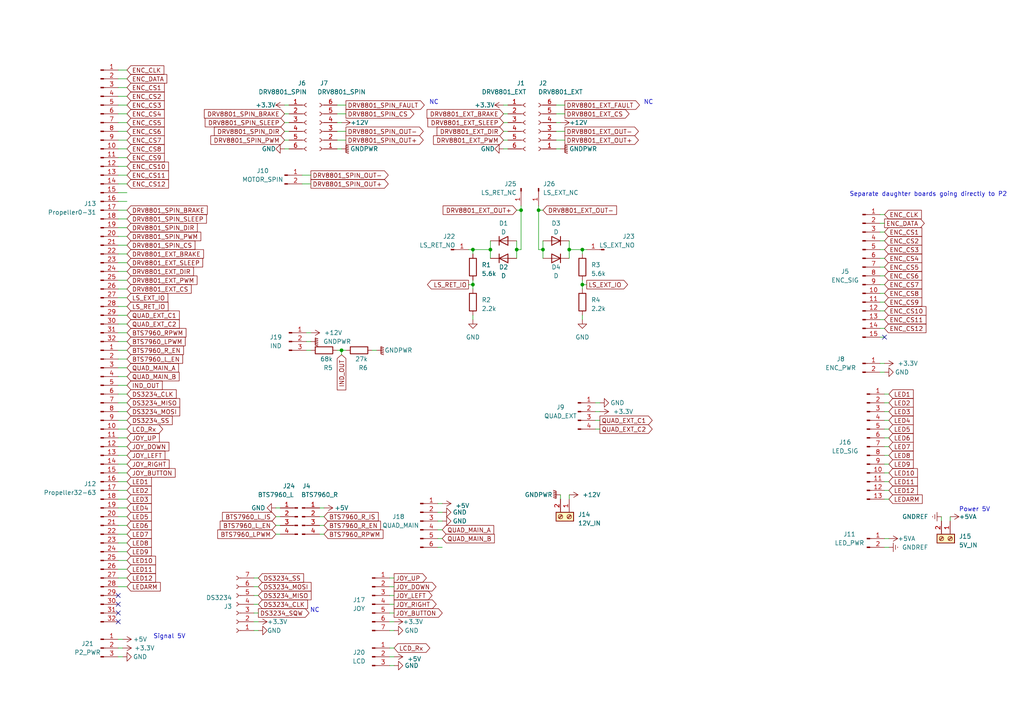
<source format=kicad_sch>
(kicad_sch (version 20230121) (generator eeschema)
  (paper "A4")
  (title_block (title "Top Level SandsOfTime"))
  (lib_symbols
    (symbol "Connector:Conn_01x01_Pin" (pin_names (offset 1.016) hide)
      (property "Reference" "J" (at 0 2.54 0))
      (property "Value" "Conn_01x01_Pin" (at 0 -2.54 0))
      (symbol "Conn_01x01_Pin_1_1"
        (pin passive line (at 5.08 0 180) (length 3.81) (name "Pin_1") (number "1"))
      )
    )
    (symbol "Connector:Conn_01x02_Pin" (pin_names (offset 1.016) hide)
      (property "Reference" "J" (at 0 2.54 0))
      (property "Value" "Conn_01x02_Pin" (at 0 -5.08 0))
      (symbol "Conn_01x02_Pin_1_1"
        (pin passive line (at 5.08 0 180) (length 3.81) (name "Pin_1") (number "1"))
        (pin passive line (at 5.08 -2.54 180) (length 3.81) (name "Pin_2") (number "2"))
      )
    )
    (symbol "Connector:Conn_01x03_Pin" (pin_names (offset 1.016) hide)
      (property "Reference" "J" (at 0 5.08 0))
      (property "Value" "Conn_01x03_Pin" (at 0 -5.08 0))
      (symbol "Conn_01x03_Pin_1_1"
        (pin passive line (at 5.08 2.54 180) (length 3.81) (name "Pin_1") (number "1"))
        (pin passive line (at 5.08 0 180) (length 3.81) (name "Pin_2") (number "2"))
        (pin passive line (at 5.08 -2.54 180) (length 3.81) (name "Pin_3") (number "3"))
      )
    )
    (symbol "Connector:Conn_01x04_Pin" (pin_names (offset 1.016) hide)
      (property "Reference" "J" (at 0 5.08 0))
      (property "Value" "Conn_01x04_Pin" (at 0 -7.62 0))
      (symbol "Conn_01x04_Pin_1_1"
        (pin passive line (at 5.08 2.54 180) (length 3.81) (name "Pin_1") (number "1"))
        (pin passive line (at 5.08 0 180) (length 3.81) (name "Pin_2") (number "2"))
        (pin passive line (at 5.08 -2.54 180) (length 3.81) (name "Pin_3") (number "3"))
        (pin passive line (at 5.08 -5.08 180) (length 3.81) (name "Pin_4") (number "4"))
      )
    )
    (symbol "Connector:Conn_01x06_Pin" (pin_names (offset 1.016) hide)
      (property "Reference" "J" (at 0 7.62 0))
      (property "Value" "Conn_01x06_Pin" (at 0 -10.16 0))
      (symbol "Conn_01x06_Pin_1_1"
        (pin passive line (at 5.08 5.08 180) (length 3.81) (name "Pin_1") (number "1"))
        (pin passive line (at 5.08 2.54 180) (length 3.81) (name "Pin_2") (number "2"))
        (pin passive line (at 5.08 0 180) (length 3.81) (name "Pin_3") (number "3"))
        (pin passive line (at 5.08 -2.54 180) (length 3.81) (name "Pin_4") (number "4"))
        (pin passive line (at 5.08 -5.08 180) (length 3.81) (name "Pin_5") (number "5"))
        (pin passive line (at 5.08 -7.62 180) (length 3.81) (name "Pin_6") (number "6"))
      )
    )
    (symbol "Connector:Conn_01x06_Socket" (pin_names (offset 1.016) hide)
      (property "Reference" "J" (at 0 7.62 0))
      (property "Value" "Conn_01x06_Socket" (at 0 -10.16 0))
      (symbol "Conn_01x06_Socket_1_1"
        (pin passive line (at -5.08 5.08 0) (length 3.81) (name "Pin_1") (number "1"))
        (pin passive line (at -5.08 2.54 0) (length 3.81) (name "Pin_2") (number "2"))
        (pin passive line (at -5.08 0 0) (length 3.81) (name "Pin_3") (number "3"))
        (pin passive line (at -5.08 -2.54 0) (length 3.81) (name "Pin_4") (number "4"))
        (pin passive line (at -5.08 -5.08 0) (length 3.81) (name "Pin_5") (number "5"))
        (pin passive line (at -5.08 -7.62 0) (length 3.81) (name "Pin_6") (number "6"))
      )
    )
    (symbol "Connector:Conn_01x07_Pin" (pin_names (offset 1.016) hide)
      (property "Reference" "J" (at 0 10.16 0))
      (property "Value" "Conn_01x07_Pin" (at 0 -10.16 0))
      (symbol "Conn_01x07_Pin_1_1"
        (pin passive line (at 5.08 7.62 180) (length 3.81) (name "Pin_1") (number "1"))
        (pin passive line (at 5.08 5.08 180) (length 3.81) (name "Pin_2") (number "2"))
        (pin passive line (at 5.08 2.54 180) (length 3.81) (name "Pin_3") (number "3"))
        (pin passive line (at 5.08 0 180) (length 3.81) (name "Pin_4") (number "4"))
        (pin passive line (at 5.08 -2.54 180) (length 3.81) (name "Pin_5") (number "5"))
        (pin passive line (at 5.08 -5.08 180) (length 3.81) (name "Pin_6") (number "6"))
        (pin passive line (at 5.08 -7.62 180) (length 3.81) (name "Pin_7") (number "7"))
      )
    )
    (symbol "Connector:Conn_01x07_Socket" (pin_names (offset 1.016) hide)
      (property "Reference" "J" (at 0 10.16 0))
      (property "Value" "Conn_01x07_Socket" (at 0 -10.16 0))
      (symbol "Conn_01x07_Socket_1_1"
        (pin passive line (at -5.08 7.62 0) (length 3.81) (name "Pin_1") (number "1"))
        (pin passive line (at -5.08 5.08 0) (length 3.81) (name "Pin_2") (number "2"))
        (pin passive line (at -5.08 2.54 0) (length 3.81) (name "Pin_3") (number "3"))
        (pin passive line (at -5.08 0 0) (length 3.81) (name "Pin_4") (number "4"))
        (pin passive line (at -5.08 -2.54 0) (length 3.81) (name "Pin_5") (number "5"))
        (pin passive line (at -5.08 -5.08 0) (length 3.81) (name "Pin_6") (number "6"))
        (pin passive line (at -5.08 -7.62 0) (length 3.81) (name "Pin_7") (number "7"))
      )
    )
    (symbol "Connector:Conn_01x13_Pin" (pin_names (offset 1.016) hide)
      (property "Reference" "J" (at 0 17.78 0))
      (property "Value" "Conn_01x13_Pin" (at 0 -17.78 0))
      (symbol "Conn_01x13_Pin_1_1"
        (pin passive line (at 5.08 15.24 180) (length 3.81) (name "Pin_1") (number "1"))
        (pin passive line (at 5.08 -7.62 180) (length 3.81) (name "Pin_10") (number "10"))
        (pin passive line (at 5.08 -10.16 180) (length 3.81) (name "Pin_11") (number "11"))
        (pin passive line (at 5.08 -12.7 180) (length 3.81) (name "Pin_12") (number "12"))
        (pin passive line (at 5.08 -15.24 180) (length 3.81) (name "Pin_13") (number "13"))
        (pin passive line (at 5.08 12.7 180) (length 3.81) (name "Pin_2") (number "2"))
        (pin passive line (at 5.08 10.16 180) (length 3.81) (name "Pin_3") (number "3"))
        (pin passive line (at 5.08 7.62 180) (length 3.81) (name "Pin_4") (number "4"))
        (pin passive line (at 5.08 5.08 180) (length 3.81) (name "Pin_5") (number "5"))
        (pin passive line (at 5.08 2.54 180) (length 3.81) (name "Pin_6") (number "6"))
        (pin passive line (at 5.08 0 180) (length 3.81) (name "Pin_7") (number "7"))
        (pin passive line (at 5.08 -2.54 180) (length 3.81) (name "Pin_8") (number "8"))
        (pin passive line (at 5.08 -5.08 180) (length 3.81) (name "Pin_9") (number "9"))
      )
    )
    (symbol "Connector:Conn_01x15_Pin" (pin_names (offset 1.016) hide)
      (property "Reference" "J" (at 0 20.32 0))
      (property "Value" "Conn_01x15_Pin" (at 0 -20.32 0))
      (symbol "Conn_01x15_Pin_1_1"
        (pin passive line (at 5.08 17.78 180) (length 3.81) (name "Pin_1") (number "1"))
        (pin passive line (at 5.08 -5.08 180) (length 3.81) (name "Pin_10") (number "10"))
        (pin passive line (at 5.08 -7.62 180) (length 3.81) (name "Pin_11") (number "11"))
        (pin passive line (at 5.08 -10.16 180) (length 3.81) (name "Pin_12") (number "12"))
        (pin passive line (at 5.08 -12.7 180) (length 3.81) (name "Pin_13") (number "13"))
        (pin passive line (at 5.08 -15.24 180) (length 3.81) (name "Pin_14") (number "14"))
        (pin passive line (at 5.08 -17.78 180) (length 3.81) (name "Pin_15") (number "15"))
        (pin passive line (at 5.08 15.24 180) (length 3.81) (name "Pin_2") (number "2"))
        (pin passive line (at 5.08 12.7 180) (length 3.81) (name "Pin_3") (number "3"))
        (pin passive line (at 5.08 10.16 180) (length 3.81) (name "Pin_4") (number "4"))
        (pin passive line (at 5.08 7.62 180) (length 3.81) (name "Pin_5") (number "5"))
        (pin passive line (at 5.08 5.08 180) (length 3.81) (name "Pin_6") (number "6"))
        (pin passive line (at 5.08 2.54 180) (length 3.81) (name "Pin_7") (number "7"))
        (pin passive line (at 5.08 0 180) (length 3.81) (name "Pin_8") (number "8"))
        (pin passive line (at 5.08 -2.54 180) (length 3.81) (name "Pin_9") (number "9"))
      )
    )
    (symbol "Connector:Conn_01x32_Pin" (pin_names (offset 1.016) hide)
      (property "Reference" "J" (at 0 40.64 0))
      (property "Value" "Conn_01x32_Pin" (at 0 -43.18 0))
      (symbol "Conn_01x32_Pin_1_1"
        (pin passive line (at 5.08 38.1 180) (length 3.81) (name "Pin_1") (number "1"))
        (pin passive line (at 5.08 15.24 180) (length 3.81) (name "Pin_10") (number "10"))
        (pin passive line (at 5.08 12.7 180) (length 3.81) (name "Pin_11") (number "11"))
        (pin passive line (at 5.08 10.16 180) (length 3.81) (name "Pin_12") (number "12"))
        (pin passive line (at 5.08 7.62 180) (length 3.81) (name "Pin_13") (number "13"))
        (pin passive line (at 5.08 5.08 180) (length 3.81) (name "Pin_14") (number "14"))
        (pin passive line (at 5.08 2.54 180) (length 3.81) (name "Pin_15") (number "15"))
        (pin passive line (at 5.08 0 180) (length 3.81) (name "Pin_16") (number "16"))
        (pin passive line (at 5.08 -2.54 180) (length 3.81) (name "Pin_17") (number "17"))
        (pin passive line (at 5.08 -5.08 180) (length 3.81) (name "Pin_18") (number "18"))
        (pin passive line (at 5.08 -7.62 180) (length 3.81) (name "Pin_19") (number "19"))
        (pin passive line (at 5.08 35.56 180) (length 3.81) (name "Pin_2") (number "2"))
        (pin passive line (at 5.08 -10.16 180) (length 3.81) (name "Pin_20") (number "20"))
        (pin passive line (at 5.08 -12.7 180) (length 3.81) (name "Pin_21") (number "21"))
        (pin passive line (at 5.08 -15.24 180) (length 3.81) (name "Pin_22") (number "22"))
        (pin passive line (at 5.08 -17.78 180) (length 3.81) (name "Pin_23") (number "23"))
        (pin passive line (at 5.08 -20.32 180) (length 3.81) (name "Pin_24") (number "24"))
        (pin passive line (at 5.08 -22.86 180) (length 3.81) (name "Pin_25") (number "25"))
        (pin passive line (at 5.08 -25.4 180) (length 3.81) (name "Pin_26") (number "26"))
        (pin passive line (at 5.08 -27.94 180) (length 3.81) (name "Pin_27") (number "27"))
        (pin passive line (at 5.08 -30.48 180) (length 3.81) (name "Pin_28") (number "28"))
        (pin passive line (at 5.08 -33.02 180) (length 3.81) (name "Pin_29") (number "29"))
        (pin passive line (at 5.08 33.02 180) (length 3.81) (name "Pin_3") (number "3"))
        (pin passive line (at 5.08 -35.56 180) (length 3.81) (name "Pin_30") (number "30"))
        (pin passive line (at 5.08 -38.1 180) (length 3.81) (name "Pin_31") (number "31"))
        (pin passive line (at 5.08 -40.64 180) (length 3.81) (name "Pin_32") (number "32"))
        (pin passive line (at 5.08 30.48 180) (length 3.81) (name "Pin_4") (number "4"))
        (pin passive line (at 5.08 27.94 180) (length 3.81) (name "Pin_5") (number "5"))
        (pin passive line (at 5.08 25.4 180) (length 3.81) (name "Pin_6") (number "6"))
        (pin passive line (at 5.08 22.86 180) (length 3.81) (name "Pin_7") (number "7"))
        (pin passive line (at 5.08 20.32 180) (length 3.81) (name "Pin_8") (number "8"))
        (pin passive line (at 5.08 17.78 180) (length 3.81) (name "Pin_9") (number "9"))
      )
    )
    (symbol "Connector:Screw_Terminal_01x02" (pin_names (offset 1.016) hide)
      (property "Reference" "J" (at 0 2.54 0))
      (property "Value" "Screw_Terminal_01x02" (at 0 -5.08 0))
      (symbol "Screw_Terminal_01x02_1_1"
        (pin passive line (at -5.08 0 0) (length 3.81) (name "Pin_1") (number "1"))
        (pin passive line (at -5.08 -2.54 0) (length 3.81) (name "Pin_2") (number "2"))
      )
    )
    (symbol "Device:D" (pin_numbers hide) (pin_names (offset 1.016) hide)
      (property "Reference" "D" (at 0 2.54 0))
      (property "Value" "D" (at 0 -2.54 0))
      (symbol "D_1_1"
        (pin passive line (at -3.81 0 0) (length 2.54) (name "K") (number "1"))
        (pin passive line (at 3.81 0 180) (length 2.54) (name "A") (number "2"))
      )
    )
    (symbol "Device:R" (pin_numbers hide) (pin_names (offset 0))
      (property "Reference" "R" (at 2.032 0 90))
      (property "Value" "R" (at 0 0 90))
      (symbol "R_1_1"
        (pin passive line (at 0 3.81 270) (length 1.27) (name "~") (number "1"))
        (pin passive line (at 0 -3.81 90) (length 1.27) (name "~") (number "2"))
      )
    )
    (symbol "power:+12V" (power) (pin_names (offset 0))
      (property "Value" "+12V" (at 0 3.556 0))
      (symbol "+12V_1_1"
        (pin power_in line (at 0 0 90) (length 0) hide (name "+12V") (number "1"))
      )
    )
    (symbol "power:+3.3V" (power) (pin_names (offset 0))
      (property "Value" "+3.3V" (at 0 3.556 0))
      (symbol "+3.3V_1_1"
        (pin power_in line (at 0 0 90) (length 0) hide (name "+3.3V") (number "1"))
      )
    )
    (symbol "power:+5V" (power) (pin_names (offset 0))
      (property "Value" "+5V" (at 0 3.556 0))
      (symbol "+5V_1_1"
        (pin power_in line (at 0 0 90) (length 0) hide (name "+5V") (number "1"))
      )
    )
    (symbol "power:+5VA" (power) (pin_names (offset 0))
      (property "Value" "+5VA" (at 0 3.556 0))
      (symbol "+5VA_1_1"
        (pin power_in line (at 0 0 90) (length 0) hide (name "+5VA") (number "1"))
      )
    )
    (symbol "power:GND" (power) (pin_names (offset 0))
      (property "Value" "GND" (at 0 -3.81 0))
      (symbol "GND_1_1"
        (pin power_in line (at 0 0 270) (length 0) hide (name "GND") (number "1"))
      )
    )
    (symbol "power:GNDPWR" (power) (pin_names (offset 0))
      (property "Value" "GNDPWR" (at 0 -3.302 0))
      (symbol "GNDPWR_1_1"
        (pin power_in line (at 0 0 270) (length 0) hide (name "GNDPWR") (number "1"))
      )
    )
    (symbol "power:GNDREF" (power) (pin_names (offset 0))
      (property "Value" "GNDREF" (at 0 -3.81 0))
      (symbol "GNDREF_1_1"
        (pin power_in line (at 0 0 270) (length 0) hide (name "GNDREF") (number "1"))
      )
    )
  )
  (junction (at 142.24 72.39))
  (junction (at 99.06 101.6))
  (junction (at 151.13 60.96))
  (junction (at 156.21 60.96))
  (junction (at 137.16 82.55))
  (junction (at 168.91 82.55))
  (junction (at 157.48 72.39))
  (junction (at 137.16 72.39))
  (junction (at 149.86 72.39))
  (junction (at 168.91 72.39))
  (junction (at 165.1 72.39))
  (no_connect (at 34.29 172.72))
  (no_connect (at 34.29 175.26))
  (no_connect (at 34.29 180.34))
  (no_connect (at 34.29 177.8))
  (no_connect (at 256.54 97.79))
  (wire (pts (xy 36.83 137.16) (xy 34.29 137.16)))
  (wire (pts (xy 275.59 149.86) (xy 275.59 151.13)))
  (wire (pts (xy 256.54 129.54) (xy 257.81 129.54)))
  (wire (pts (xy 165.1 72.39) (xy 165.1 74.93)))
  (wire (pts (xy 36.83 45.72) (xy 34.29 45.72)))
  (wire (pts (xy 36.83 124.46) (xy 34.29 124.46)))
  (wire (pts (xy 36.83 30.48) (xy 34.29 30.48)))
  (wire (pts (xy 36.83 129.54) (xy 34.29 129.54)))
  (wire (pts (xy 113.03 170.18) (xy 114.3 170.18)))
  (wire (pts (xy 97.79 35.56) (xy 99.06 35.56)))
  (wire (pts (xy 146.05 30.48) (xy 147.32 30.48)))
  (wire (pts (xy 127 156.21) (xy 128.27 156.21)))
  (wire (pts (xy 255.27 74.93) (xy 256.54 74.93)))
  (wire (pts (xy 36.83 40.64) (xy 34.29 40.64)))
  (wire (pts (xy 165.1 143.51) (xy 165.1 144.78)))
  (wire (pts (xy 172.72 124.46) (xy 173.99 124.46)))
  (wire (pts (xy 36.83 109.22) (xy 34.29 109.22)))
  (wire (pts (xy 36.83 22.86) (xy 34.29 22.86)))
  (wire (pts (xy 36.83 101.6) (xy 34.29 101.6)))
  (wire (pts (xy 92.71 147.32) (xy 93.98 147.32)))
  (wire (pts (xy 255.27 64.77) (xy 256.54 64.77)))
  (wire (pts (xy 36.83 27.94) (xy 34.29 27.94)))
  (wire (pts (xy 255.27 85.09) (xy 256.54 85.09)))
  (wire (pts (xy 172.72 116.84) (xy 173.99 116.84)))
  (wire (pts (xy 256.54 134.62) (xy 257.81 134.62)))
  (wire (pts (xy 256.54 142.24) (xy 257.81 142.24)))
  (wire (pts (xy 88.9 99.06) (xy 90.17 99.06)))
  (wire (pts (xy 87.63 53.34) (xy 90.17 53.34)))
  (wire (pts (xy 146.05 35.56) (xy 147.32 35.56)))
  (wire (pts (xy 127 146.05) (xy 128.27 146.05)))
  (wire (pts (xy 156.21 60.96) (xy 156.21 72.39)))
  (wire (pts (xy 36.83 116.84) (xy 34.29 116.84)))
  (wire (pts (xy 161.29 43.18) (xy 162.56 43.18)))
  (wire (pts (xy 113.03 190.5) (xy 114.3 190.5)))
  (wire (pts (xy 127 153.67) (xy 128.27 153.67)))
  (wire (pts (xy 256.54 139.7) (xy 257.81 139.7)))
  (wire (pts (xy 36.83 147.32) (xy 34.29 147.32)))
  (wire (pts (xy 255.27 105.41) (xy 256.54 105.41)))
  (wire (pts (xy 162.56 143.51) (xy 162.56 144.78)))
  (wire (pts (xy 256.54 156.21) (xy 257.81 156.21)))
  (wire (pts (xy 137.16 91.44) (xy 137.16 92.71)))
  (wire (pts (xy 97.79 33.02) (xy 100.33 33.02)))
  (wire (pts (xy 256.54 119.38) (xy 257.81 119.38)))
  (wire (pts (xy 137.16 72.39) (xy 137.16 73.66)))
  (wire (pts (xy 36.83 50.8) (xy 34.29 50.8)))
  (wire (pts (xy 157.48 72.39) (xy 157.48 74.93)))
  (wire (pts (xy 82.55 40.64) (xy 83.82 40.64)))
  (wire (pts (xy 97.79 43.18) (xy 99.06 43.18)))
  (wire (pts (xy 92.71 154.94) (xy 93.98 154.94)))
  (wire (pts (xy 36.83 58.42) (xy 34.29 58.42)))
  (wire (pts (xy 149.86 69.85) (xy 149.86 72.39)))
  (wire (pts (xy 35.56 185.42) (xy 34.29 185.42)))
  (wire (pts (xy 151.13 72.39) (xy 149.86 72.39)))
  (wire (pts (xy 74.93 180.34) (xy 73.66 180.34)))
  (wire (pts (xy 99.06 102.87) (xy 99.06 101.6)))
  (wire (pts (xy 36.83 152.4) (xy 34.29 152.4)))
  (wire (pts (xy 36.83 55.88) (xy 34.29 55.88)))
  (wire (pts (xy 36.83 88.9) (xy 34.29 88.9)))
  (wire (pts (xy 156.21 72.39) (xy 157.48 72.39)))
  (wire (pts (xy 161.29 33.02) (xy 163.83 33.02)))
  (wire (pts (xy 82.55 43.18) (xy 83.82 43.18)))
  (wire (pts (xy 165.1 72.39) (xy 168.91 72.39)))
  (wire (pts (xy 127 158.75) (xy 128.27 158.75)))
  (wire (pts (xy 36.83 20.32) (xy 34.29 20.32)))
  (wire (pts (xy 36.83 119.38) (xy 34.29 119.38)))
  (wire (pts (xy 256.54 121.92) (xy 257.81 121.92)))
  (wire (pts (xy 137.16 81.28) (xy 137.16 82.55)))
  (wire (pts (xy 36.83 81.28) (xy 34.29 81.28)))
  (wire (pts (xy 113.03 172.72) (xy 114.3 172.72)))
  (wire (pts (xy 36.83 96.52) (xy 34.29 96.52)))
  (wire (pts (xy 80.01 152.4) (xy 81.28 152.4)))
  (wire (pts (xy 36.83 142.24) (xy 34.29 142.24)))
  (wire (pts (xy 36.83 25.4) (xy 34.29 25.4)))
  (wire (pts (xy 92.71 149.86) (xy 93.98 149.86)))
  (wire (pts (xy 36.83 86.36) (xy 34.29 86.36)))
  (wire (pts (xy 161.29 38.1) (xy 163.83 38.1)))
  (wire (pts (xy 74.93 175.26) (xy 73.66 175.26)))
  (wire (pts (xy 255.27 87.63) (xy 256.54 87.63)))
  (wire (pts (xy 256.54 124.46) (xy 257.81 124.46)))
  (wire (pts (xy 36.83 38.1) (xy 34.29 38.1)))
  (wire (pts (xy 157.48 69.85) (xy 157.48 72.39)))
  (wire (pts (xy 137.16 82.55) (xy 137.16 83.82)))
  (wire (pts (xy 168.91 91.44) (xy 168.91 92.71)))
  (wire (pts (xy 161.29 30.48) (xy 163.83 30.48)))
  (wire (pts (xy 255.27 72.39) (xy 256.54 72.39)))
  (wire (pts (xy 168.91 81.28) (xy 168.91 82.55)))
  (wire (pts (xy 273.05 149.86) (xy 273.05 151.13)))
  (wire (pts (xy 256.54 137.16) (xy 257.81 137.16)))
  (wire (pts (xy 36.83 66.04) (xy 34.29 66.04)))
  (wire (pts (xy 156.21 59.69) (xy 156.21 60.96)))
  (wire (pts (xy 36.83 154.94) (xy 34.29 154.94)))
  (wire (pts (xy 36.83 83.82) (xy 34.29 83.82)))
  (wire (pts (xy 99.06 101.6) (xy 100.33 101.6)))
  (wire (pts (xy 36.83 149.86) (xy 34.29 149.86)))
  (wire (pts (xy 107.95 101.6) (xy 109.22 101.6)))
  (wire (pts (xy 127 148.59) (xy 128.27 148.59)))
  (wire (pts (xy 113.03 175.26) (xy 114.3 175.26)))
  (wire (pts (xy 255.27 92.71) (xy 256.54 92.71)))
  (wire (pts (xy 35.56 190.5) (xy 34.29 190.5)))
  (wire (pts (xy 151.13 59.69) (xy 151.13 60.96)))
  (wire (pts (xy 36.83 91.44) (xy 34.29 91.44)))
  (wire (pts (xy 161.29 40.64) (xy 163.83 40.64)))
  (wire (pts (xy 35.56 187.96) (xy 34.29 187.96)))
  (wire (pts (xy 36.83 121.92) (xy 34.29 121.92)))
  (wire (pts (xy 146.05 43.18) (xy 147.32 43.18)))
  (wire (pts (xy 36.83 165.1) (xy 34.29 165.1)))
  (wire (pts (xy 36.83 139.7) (xy 34.29 139.7)))
  (wire (pts (xy 255.27 90.17) (xy 256.54 90.17)))
  (wire (pts (xy 146.05 38.1) (xy 147.32 38.1)))
  (wire (pts (xy 36.83 162.56) (xy 34.29 162.56)))
  (wire (pts (xy 135.89 72.39) (xy 137.16 72.39)))
  (wire (pts (xy 142.24 72.39) (xy 137.16 72.39)))
  (wire (pts (xy 256.54 127) (xy 257.81 127)))
  (wire (pts (xy 36.83 132.08) (xy 34.29 132.08)))
  (wire (pts (xy 256.54 158.75) (xy 257.81 158.75)))
  (wire (pts (xy 80.01 147.32) (xy 81.28 147.32)))
  (wire (pts (xy 36.83 114.3) (xy 34.29 114.3)))
  (wire (pts (xy 146.05 33.02) (xy 147.32 33.02)))
  (wire (pts (xy 256.54 116.84) (xy 257.81 116.84)))
  (wire (pts (xy 255.27 67.31) (xy 256.54 67.31)))
  (wire (pts (xy 255.27 69.85) (xy 256.54 69.85)))
  (wire (pts (xy 113.03 187.96) (xy 114.3 187.96)))
  (wire (pts (xy 97.79 38.1) (xy 100.33 38.1)))
  (wire (pts (xy 34.29 106.68) (xy 36.83 106.68)))
  (wire (pts (xy 255.27 107.95) (xy 256.54 107.95)))
  (wire (pts (xy 168.91 72.39) (xy 168.91 73.66)))
  (wire (pts (xy 97.79 30.48) (xy 100.33 30.48)))
  (wire (pts (xy 82.55 33.02) (xy 83.82 33.02)))
  (wire (pts (xy 74.93 170.18) (xy 73.66 170.18)))
  (wire (pts (xy 74.93 172.72) (xy 73.66 172.72)))
  (wire (pts (xy 256.54 114.3) (xy 257.81 114.3)))
  (wire (pts (xy 168.91 82.55) (xy 168.91 83.82)))
  (wire (pts (xy 36.83 76.2) (xy 34.29 76.2)))
  (wire (pts (xy 36.83 127) (xy 34.29 127)))
  (wire (pts (xy 36.83 93.98) (xy 34.29 93.98)))
  (wire (pts (xy 255.27 62.23) (xy 256.54 62.23)))
  (wire (pts (xy 88.9 101.6) (xy 90.17 101.6)))
  (wire (pts (xy 36.83 157.48) (xy 34.29 157.48)))
  (wire (pts (xy 146.05 40.64) (xy 147.32 40.64)))
  (wire (pts (xy 142.24 69.85) (xy 142.24 72.39)))
  (wire (pts (xy 82.55 30.48) (xy 83.82 30.48)))
  (wire (pts (xy 113.03 167.64) (xy 114.3 167.64)))
  (wire (pts (xy 74.93 177.8) (xy 73.66 177.8)))
  (wire (pts (xy 87.63 50.8) (xy 90.17 50.8)))
  (wire (pts (xy 36.83 104.14) (xy 34.29 104.14)))
  (wire (pts (xy 82.55 35.56) (xy 83.82 35.56)))
  (wire (pts (xy 36.83 160.02) (xy 34.29 160.02)))
  (wire (pts (xy 36.83 33.02) (xy 34.29 33.02)))
  (wire (pts (xy 255.27 95.25) (xy 256.54 95.25)))
  (wire (pts (xy 168.91 82.55) (xy 170.18 82.55)))
  (wire (pts (xy 36.83 60.96) (xy 34.29 60.96)))
  (wire (pts (xy 97.79 40.64) (xy 100.33 40.64)))
  (wire (pts (xy 151.13 60.96) (xy 151.13 72.39)))
  (wire (pts (xy 36.83 134.62) (xy 34.29 134.62)))
  (wire (pts (xy 113.03 180.34) (xy 114.3 180.34)))
  (wire (pts (xy 142.24 72.39) (xy 142.24 74.93)))
  (wire (pts (xy 172.72 121.92) (xy 173.99 121.92)))
  (wire (pts (xy 256.54 144.78) (xy 257.81 144.78)))
  (wire (pts (xy 36.83 78.74) (xy 34.29 78.74)))
  (wire (pts (xy 36.83 68.58) (xy 34.29 68.58)))
  (wire (pts (xy 161.29 35.56) (xy 162.56 35.56)))
  (wire (pts (xy 97.79 101.6) (xy 99.06 101.6)))
  (wire (pts (xy 135.89 82.55) (xy 137.16 82.55)))
  (wire (pts (xy 255.27 80.01) (xy 256.54 80.01)))
  (wire (pts (xy 36.83 43.18) (xy 34.29 43.18)))
  (wire (pts (xy 255.27 82.55) (xy 256.54 82.55)))
  (wire (pts (xy 80.01 149.86) (xy 81.28 149.86)))
  (wire (pts (xy 149.86 72.39) (xy 149.86 74.93)))
  (wire (pts (xy 82.55 38.1) (xy 83.82 38.1)))
  (wire (pts (xy 165.1 69.85) (xy 165.1 72.39)))
  (wire (pts (xy 168.91 72.39) (xy 170.18 72.39)))
  (wire (pts (xy 36.83 99.06) (xy 34.29 99.06)))
  (wire (pts (xy 127 151.13) (xy 128.27 151.13)))
  (wire (pts (xy 36.83 111.76) (xy 34.29 111.76)))
  (wire (pts (xy 256.54 132.08) (xy 257.81 132.08)))
  (wire (pts (xy 149.86 60.96) (xy 151.13 60.96)))
  (wire (pts (xy 74.93 167.64) (xy 73.66 167.64)))
  (wire (pts (xy 36.83 144.78) (xy 34.29 144.78)))
  (wire (pts (xy 36.83 63.5) (xy 34.29 63.5)))
  (wire (pts (xy 88.9 96.52) (xy 90.17 96.52)))
  (wire (pts (xy 80.01 154.94) (xy 81.28 154.94)))
  (wire (pts (xy 36.83 71.12) (xy 34.29 71.12)))
  (wire (pts (xy 113.03 177.8) (xy 114.3 177.8)))
  (wire (pts (xy 156.21 60.96) (xy 157.48 60.96)))
  (wire (pts (xy 255.27 97.79) (xy 256.54 97.79)))
  (wire (pts (xy 74.93 182.88) (xy 73.66 182.88)))
  (wire (pts (xy 36.83 53.34) (xy 34.29 53.34)))
  (wire (pts (xy 34.29 170.18) (xy 36.83 170.18)))
  (wire (pts (xy 36.83 167.64) (xy 34.29 167.64)))
  (wire (pts (xy 36.83 35.56) (xy 34.29 35.56)))
  (wire (pts (xy 113.03 193.04) (xy 114.3 193.04)))
  (wire (pts (xy 172.72 119.38) (xy 173.99 119.38)))
  (wire (pts (xy 36.83 48.26) (xy 34.29 48.26)))
  (wire (pts (xy 113.03 182.88) (xy 114.3 182.88)))
  (wire (pts (xy 255.27 77.47) (xy 256.54 77.47)))
  (wire (pts (xy 92.71 152.4) (xy 93.98 152.4)))
  (wire (pts (xy 36.83 73.66) (xy 34.29 73.66)))
  (text "NC" (at 124.46 30.48 0) (effects (font (size 1.27 1.27)) (justify left bottom)))
  (text "Separate daughter boards going directly to P2\n" (at 246.38 57.15 0) (effects (font (size 1.27 1.27)) (justify left bottom)))
  (text "Signal 5V" (at 44.45 185.42 0) (effects (font (size 1.27 1.27)) (justify left bottom)))
  (text "NC" (at 186.69 30.48 0) (effects (font (size 1.27 1.27)) (justify left bottom)))
  (text "NC" (at 92.71 177.8 0) (effects (font (size 1.27 1.27)) (justify right bottom)))
  (text "Power 5V" (at 278.13 148.59 0) (effects (font (size 1.27 1.27)) (justify left bottom)))
  (global_label "LED8" (shape input) (at 257.81 132.08 0) (property "Intersheetrefs" "${INTERSHEET_REFS}" (effects hide)))
  (global_label "ENC_DATA" (shape input) (at 36.83 22.86 0) (property "Intersheetrefs" "${INTERSHEET_REFS}" (effects hide)))
  (global_label "DS3234_CLK" (shape input) (at 36.83 114.3 0) (property "Intersheetrefs" "${INTERSHEET_REFS}" (effects hide)))
  (global_label "DRV8801_EXT_PWM" (shape input) (at 36.83 81.28 0) (property "Intersheetrefs" "${INTERSHEET_REFS}" (effects hide)))
  (global_label "ENC_CS7" (shape input) (at 256.54 82.55 0) (property "Intersheetrefs" "${INTERSHEET_REFS}" (effects hide)))
  (global_label "LEDARM" (shape input) (at 257.81 144.78 0) (property "Intersheetrefs" "${INTERSHEET_REFS}" (effects hide)))
  (global_label "LS_RET_IO" (shape output) (at 135.89 82.55 180) (property "Intersheetrefs" "${INTERSHEET_REFS}" (effects hide)))
  (global_label "LED4" (shape input) (at 257.81 121.92 0) (property "Intersheetrefs" "${INTERSHEET_REFS}" (effects hide)))
  (global_label "JOY_LEFT" (shape output) (at 114.3 172.72 0) (property "Intersheetrefs" "${INTERSHEET_REFS}" (effects hide)))
  (global_label "DRV8801_EXT_FAULT" (shape output) (at 163.83 30.48 0) (property "Intersheetrefs" "${INTERSHEET_REFS}" (effects hide)))
  (global_label "JOY_BUTTON" (shape output) (at 114.3 177.8 0) (property "Intersheetrefs" "${INTERSHEET_REFS}" (effects hide)))
  (global_label "LED2" (shape input) (at 36.83 142.24 0) (property "Intersheetrefs" "${INTERSHEET_REFS}" (effects hide)))
  (global_label "BTS7960_RPWM" (shape input) (at 36.83 96.52 0) (property "Intersheetrefs" "${INTERSHEET_REFS}" (effects hide)))
  (global_label "QUAD_MAIN_A" (shape input) (at 36.83 106.68 0) (property "Intersheetrefs" "${INTERSHEET_REFS}" (effects hide)))
  (global_label "DS3234_SS" (shape input) (at 36.83 121.92 0) (property "Intersheetrefs" "${INTERSHEET_REFS}" (effects hide)))
  (global_label "DS3234_MISO" (shape input) (at 36.83 116.84 0) (property "Intersheetrefs" "${INTERSHEET_REFS}" (effects hide)))
  (global_label "BTS7960_L_EN" (shape input) (at 80.01 152.4 180) (property "Intersheetrefs" "${INTERSHEET_REFS}" (effects hide)))
  (global_label "LED3" (shape input) (at 257.81 119.38 0) (property "Intersheetrefs" "${INTERSHEET_REFS}" (effects hide)))
  (global_label "DRV8801_SPIN_PWM" (shape input) (at 36.83 68.58 0) (property "Intersheetrefs" "${INTERSHEET_REFS}" (effects hide)))
  (global_label "ENC_CS12" (shape input) (at 256.54 95.25 0) (property "Intersheetrefs" "${INTERSHEET_REFS}" (effects hide)))
  (global_label "ENC_CS9" (shape input) (at 256.54 87.63 0) (property "Intersheetrefs" "${INTERSHEET_REFS}" (effects hide)))
  (global_label "BTS7960_RPWM" (shape input) (at 93.98 154.94 0) (property "Intersheetrefs" "${INTERSHEET_REFS}" (effects hide)))
  (global_label "LED12" (shape input) (at 257.81 142.24 0) (property "Intersheetrefs" "${INTERSHEET_REFS}" (effects hide)))
  (global_label "LED12" (shape input) (at 36.83 167.64 0) (property "Intersheetrefs" "${INTERSHEET_REFS}" (effects hide)))
  (global_label "LED11" (shape input) (at 36.83 165.1 0) (property "Intersheetrefs" "${INTERSHEET_REFS}" (effects hide)))
  (global_label "DRV8801_EXT_OUT+" (shape output) (at 163.83 40.64 0) (property "Intersheetrefs" "${INTERSHEET_REFS}" (effects hide)))
  (global_label "DS3234_CLK" (shape input) (at 74.93 175.26 0) (property "Intersheetrefs" "${INTERSHEET_REFS}" (effects hide)))
  (global_label "DRV8801_SPIN_CS" (shape output) (at 100.33 33.02 0) (property "Intersheetrefs" "${INTERSHEET_REFS}" (effects hide)))
  (global_label "ENC_CS2" (shape input) (at 36.83 27.94 0) (property "Intersheetrefs" "${INTERSHEET_REFS}" (effects hide)))
  (global_label "DRV8801_SPIN_OUT+" (shape output) (at 90.17 53.34 0) (property "Intersheetrefs" "${INTERSHEET_REFS}" (effects hide)))
  (global_label "JOY_RIGHT" (shape output) (at 114.3 175.26 0) (property "Intersheetrefs" "${INTERSHEET_REFS}" (effects hide)))
  (global_label "LED6" (shape input) (at 257.81 127 0) (property "Intersheetrefs" "${INTERSHEET_REFS}" (effects hide)))
  (global_label "LED11" (shape input) (at 257.81 139.7 0) (property "Intersheetrefs" "${INTERSHEET_REFS}" (effects hide)))
  (global_label "DRV8801_SPIN_SLEEP" (shape input) (at 36.83 63.5 0) (property "Intersheetrefs" "${INTERSHEET_REFS}" (effects hide)))
  (global_label "ENC_CLK" (shape input) (at 256.54 62.23 0) (property "Intersheetrefs" "${INTERSHEET_REFS}" (effects hide)))
  (global_label "DRV8801_SPIN_BRAKE" (shape input) (at 82.55 33.02 180) (property "Intersheetrefs" "${INTERSHEET_REFS}" (effects hide)))
  (global_label "DS3234_SS" (shape input) (at 74.93 167.64 0) (property "Intersheetrefs" "${INTERSHEET_REFS}" (effects hide)))
  (global_label "ENC_CLK" (shape input) (at 36.83 20.32 0) (property "Intersheetrefs" "${INTERSHEET_REFS}" (effects hide)))
  (global_label "DRV8801_EXT_PWM" (shape input) (at 146.05 40.64 180) (property "Intersheetrefs" "${INTERSHEET_REFS}" (effects hide)))
  (global_label "BTS7960_L_IS" (shape input) (at 80.01 149.86 180) (property "Intersheetrefs" "${INTERSHEET_REFS}" (effects hide)))
  (global_label "DRV8801_SPIN_OUT-" (shape output) (at 100.33 38.1 0) (property "Intersheetrefs" "${INTERSHEET_REFS}" (effects hide)))
  (global_label "JOY_LEFT" (shape input) (at 36.83 132.08 0) (property "Intersheetrefs" "${INTERSHEET_REFS}" (effects hide)))
  (global_label "JOY_DOWN" (shape output) (at 114.3 170.18 0) (property "Intersheetrefs" "${INTERSHEET_REFS}" (effects hide)))
  (global_label "QUAD_EXT_C2" (shape output) (at 173.99 124.46 0) (property "Intersheetrefs" "${INTERSHEET_REFS}" (effects hide)))
  (global_label "DRV8801_EXT_CS" (shape input) (at 36.83 83.82 0) (property "Intersheetrefs" "${INTERSHEET_REFS}" (effects hide)))
  (global_label "LED3" (shape input) (at 36.83 144.78 0) (property "Intersheetrefs" "${INTERSHEET_REFS}" (effects hide)))
  (global_label "DRV8801_SPIN_DIR" (shape input) (at 36.83 66.04 0) (property "Intersheetrefs" "${INTERSHEET_REFS}" (effects hide)))
  (global_label "ENC_CS3" (shape input) (at 36.83 30.48 0) (property "Intersheetrefs" "${INTERSHEET_REFS}" (effects hide)))
  (global_label "LED1" (shape input) (at 257.81 114.3 0) (property "Intersheetrefs" "${INTERSHEET_REFS}" (effects hide)))
  (global_label "LED7" (shape input) (at 36.83 154.94 0) (property "Intersheetrefs" "${INTERSHEET_REFS}" (effects hide)))
  (global_label "DRV8801_EXT_DIR" (shape input) (at 146.05 38.1 180) (property "Intersheetrefs" "${INTERSHEET_REFS}" (effects hide)))
  (global_label "QUAD_EXT_C1" (shape input) (at 36.83 91.44 0) (property "Intersheetrefs" "${INTERSHEET_REFS}" (effects hide)))
  (global_label "ENC_CS8" (shape input) (at 256.54 85.09 0) (property "Intersheetrefs" "${INTERSHEET_REFS}" (effects hide)))
  (global_label "LED10" (shape input) (at 257.81 137.16 0) (property "Intersheetrefs" "${INTERSHEET_REFS}" (effects hide)))
  (global_label "ENC_CS6" (shape input) (at 36.83 38.1 0) (property "Intersheetrefs" "${INTERSHEET_REFS}" (effects hide)))
  (global_label "DRV8801_EXT_BRAKE" (shape input) (at 36.83 73.66 0) (property "Intersheetrefs" "${INTERSHEET_REFS}" (effects hide)))
  (global_label "DRV8801_SPIN_OUT-" (shape output) (at 90.17 50.8 0) (property "Intersheetrefs" "${INTERSHEET_REFS}" (effects hide)))
  (global_label "DRV8801_SPIN_PWM" (shape input) (at 82.55 40.64 180) (property "Intersheetrefs" "${INTERSHEET_REFS}" (effects hide)))
  (global_label "DS3234_MOSI" (shape input) (at 74.93 170.18 0) (property "Intersheetrefs" "${INTERSHEET_REFS}" (effects hide)))
  (global_label "IND_OUT" (shape input) (at 36.83 111.76 0) (property "Intersheetrefs" "${INTERSHEET_REFS}" (effects hide)))
  (global_label "QUAD_EXT_C1" (shape output) (at 173.99 121.92 0) (property "Intersheetrefs" "${INTERSHEET_REFS}" (effects hide)))
  (global_label "ENC_DATA" (shape output) (at 256.54 64.77 0) (property "Intersheetrefs" "${INTERSHEET_REFS}" (effects hide)))
  (global_label "ENC_CS1" (shape input) (at 256.54 67.31 0) (property "Intersheetrefs" "${INTERSHEET_REFS}" (effects hide)))
  (global_label "LS_EXT_IO" (shape output) (at 170.18 82.55 0) (property "Intersheetrefs" "${INTERSHEET_REFS}" (effects hide)))
  (global_label "QUAD_MAIN_A" (shape input) (at 128.27 153.67 0) (property "Intersheetrefs" "${INTERSHEET_REFS}" (effects hide)))
  (global_label "ENC_CS11" (shape input) (at 36.83 50.8 0) (property "Intersheetrefs" "${INTERSHEET_REFS}" (effects hide)))
  (global_label "ENC_CS2" (shape input) (at 256.54 69.85 0) (property "Intersheetrefs" "${INTERSHEET_REFS}" (effects hide)))
  (global_label "LED5" (shape input) (at 36.83 149.86 0) (property "Intersheetrefs" "${INTERSHEET_REFS}" (effects hide)))
  (global_label "DRV8801_EXT_OUT+" (shape input) (at 149.86 60.96 180) (property "Intersheetrefs" "${INTERSHEET_REFS}" (effects hide)))
  (global_label "DRV8801_EXT_OUT-" (shape input) (at 157.48 60.96 0) (property "Intersheetrefs" "${INTERSHEET_REFS}" (effects hide)))
  (global_label "QUAD_MAIN_B" (shape input) (at 128.27 156.21 0) (property "Intersheetrefs" "${INTERSHEET_REFS}" (effects hide)))
  (global_label "DRV8801_EXT_DIR" (shape input) (at 36.83 78.74 0) (property "Intersheetrefs" "${INTERSHEET_REFS}" (effects hide)))
  (global_label "LCD_Rx" (shape bidirectional) (at 36.83 124.46 0) (property "Intersheetrefs" "${INTERSHEET_REFS}" (effects hide)))
  (global_label "DRV8801_SPIN_SLEEP" (shape input) (at 82.55 35.56 180) (property "Intersheetrefs" "${INTERSHEET_REFS}" (effects hide)))
  (global_label "LED4" (shape input) (at 36.83 147.32 0) (property "Intersheetrefs" "${INTERSHEET_REFS}" (effects hide)))
  (global_label "BTS7960_L_EN" (shape input) (at 36.83 104.14 0) (property "Intersheetrefs" "${INTERSHEET_REFS}" (effects hide)))
  (global_label "IND_OUT" (shape input) (at 99.06 102.87 270) (property "Intersheetrefs" "${INTERSHEET_REFS}" (effects hide)))
  (global_label "ENC_CS6" (shape input) (at 256.54 80.01 0) (property "Intersheetrefs" "${INTERSHEET_REFS}" (effects hide)))
  (global_label "DRV8801_SPIN_CS" (shape input) (at 36.83 71.12 0) (property "Intersheetrefs" "${INTERSHEET_REFS}" (effects hide)))
  (global_label "ENC_CS3" (shape input) (at 256.54 72.39 0) (property "Intersheetrefs" "${INTERSHEET_REFS}" (effects hide)))
  (global_label "LEDARM" (shape input) (at 36.83 170.18 0) (property "Intersheetrefs" "${INTERSHEET_REFS}" (effects hide)))
  (global_label "LCD_Rx" (shape bidirectional) (at 114.3 187.96 0) (property "Intersheetrefs" "${INTERSHEET_REFS}" (effects hide)))
  (global_label "LED9" (shape input) (at 257.81 134.62 0) (property "Intersheetrefs" "${INTERSHEET_REFS}" (effects hide)))
  (global_label "JOY_UP" (shape input) (at 36.83 127 0) (property "Intersheetrefs" "${INTERSHEET_REFS}" (effects hide)))
  (global_label "ENC_CS8" (shape input) (at 36.83 43.18 0) (property "Intersheetrefs" "${INTERSHEET_REFS}" (effects hide)))
  (global_label "LED10" (shape input) (at 36.83 162.56 0) (property "Intersheetrefs" "${INTERSHEET_REFS}" (effects hide)))
  (global_label "ENC_CS5" (shape input) (at 36.83 35.56 0) (property "Intersheetrefs" "${INTERSHEET_REFS}" (effects hide)))
  (global_label "JOY_BUTTON" (shape input) (at 36.83 137.16 0) (property "Intersheetrefs" "${INTERSHEET_REFS}" (effects hide)))
  (global_label "ENC_CS5" (shape input) (at 256.54 77.47 0) (property "Intersheetrefs" "${INTERSHEET_REFS}" (effects hide)))
  (global_label "LED6" (shape input) (at 36.83 152.4 0) (property "Intersheetrefs" "${INTERSHEET_REFS}" (effects hide)))
  (global_label "ENC_CS11" (shape input) (at 256.54 92.71 0) (property "Intersheetrefs" "${INTERSHEET_REFS}" (effects hide)))
  (global_label "ENC_CS4" (shape input) (at 256.54 74.93 0) (property "Intersheetrefs" "${INTERSHEET_REFS}" (effects hide)))
  (global_label "DRV8801_EXT_CS" (shape output) (at 163.83 33.02 0) (property "Intersheetrefs" "${INTERSHEET_REFS}" (effects hide)))
  (global_label "LS_EXT_IO" (shape input) (at 36.83 86.36 0) (property "Intersheetrefs" "${INTERSHEET_REFS}" (effects hide)))
  (global_label "LED7" (shape input) (at 257.81 129.54 0) (property "Intersheetrefs" "${INTERSHEET_REFS}" (effects hide)))
  (global_label "BTS7960_R_IS" (shape input) (at 93.98 149.86 0) (property "Intersheetrefs" "${INTERSHEET_REFS}" (effects hide)))
  (global_label "QUAD_MAIN_B" (shape input) (at 36.83 109.22 0) (property "Intersheetrefs" "${INTERSHEET_REFS}" (effects hide)))
  (global_label "LS_RET_IO" (shape input) (at 36.83 88.9 0) (property "Intersheetrefs" "${INTERSHEET_REFS}" (effects hide)))
  (global_label "ENC_CS9" (shape input) (at 36.83 45.72 0) (property "Intersheetrefs" "${INTERSHEET_REFS}" (effects hide)))
  (global_label "BTS7960_LPWM" (shape input) (at 36.83 99.06 0) (property "Intersheetrefs" "${INTERSHEET_REFS}" (effects hide)))
  (global_label "BTS7960_R_EN" (shape input) (at 36.83 101.6 0) (property "Intersheetrefs" "${INTERSHEET_REFS}" (effects hide)))
  (global_label "DRV8801_EXT_BRAKE" (shape input) (at 146.05 33.02 180) (property "Intersheetrefs" "${INTERSHEET_REFS}" (effects hide)))
  (global_label "ENC_CS10" (shape input) (at 256.54 90.17 0) (property "Intersheetrefs" "${INTERSHEET_REFS}" (effects hide)))
  (global_label "DS3234_MOSI" (shape input) (at 36.83 119.38 0) (property "Intersheetrefs" "${INTERSHEET_REFS}" (effects hide)))
  (global_label "BTS7960_R_EN" (shape input) (at 93.98 152.4 0) (property "Intersheetrefs" "${INTERSHEET_REFS}" (effects hide)))
  (global_label "LED9" (shape input) (at 36.83 160.02 0) (property "Intersheetrefs" "${INTERSHEET_REFS}" (effects hide)))
  (global_label "LED1" (shape input) (at 36.83 139.7 0) (property "Intersheetrefs" "${INTERSHEET_REFS}" (effects hide)))
  (global_label "DRV8801_EXT_SLEEP" (shape input) (at 146.05 35.56 180) (property "Intersheetrefs" "${INTERSHEET_REFS}" (effects hide)))
  (global_label "JOY_RIGHT" (shape input) (at 36.83 134.62 0) (property "Intersheetrefs" "${INTERSHEET_REFS}" (effects hide)))
  (global_label "BTS7960_LPWM" (shape input) (at 80.01 154.94 180) (property "Intersheetrefs" "${INTERSHEET_REFS}" (effects hide)))
  (global_label "ENC_CS4" (shape input) (at 36.83 33.02 0) (property "Intersheetrefs" "${INTERSHEET_REFS}" (effects hide)))
  (global_label "DRV8801_SPIN_BRAKE" (shape input) (at 36.83 60.96 0) (property "Intersheetrefs" "${INTERSHEET_REFS}" (effects hide)))
  (global_label "ENC_CS7" (shape input) (at 36.83 40.64 0) (property "Intersheetrefs" "${INTERSHEET_REFS}" (effects hide)))
  (global_label "ENC_CS12" (shape input) (at 36.83 53.34 0) (property "Intersheetrefs" "${INTERSHEET_REFS}" (effects hide)))
  (global_label "DRV8801_SPIN_OUT+" (shape output) (at 100.33 40.64 0) (property "Intersheetrefs" "${INTERSHEET_REFS}" (effects hide)))
  (global_label "DS3234_MISO" (shape input) (at 74.93 172.72 0) (property "Intersheetrefs" "${INTERSHEET_REFS}" (effects hide)))
  (global_label "JOY_DOWN" (shape input) (at 36.83 129.54 0) (property "Intersheetrefs" "${INTERSHEET_REFS}" (effects hide)))
  (global_label "DRV8801_EXT_OUT-" (shape output) (at 163.83 38.1 0) (property "Intersheetrefs" "${INTERSHEET_REFS}" (effects hide)))
  (global_label "ENC_CS1" (shape input) (at 36.83 25.4 0) (property "Intersheetrefs" "${INTERSHEET_REFS}" (effects hide)))
  (global_label "QUAD_EXT_C2" (shape input) (at 36.83 93.98 0) (property "Intersheetrefs" "${INTERSHEET_REFS}" (effects hide)))
  (global_label "ENC_CS10" (shape input) (at 36.83 48.26 0) (property "Intersheetrefs" "${INTERSHEET_REFS}" (effects hide)))
  (global_label "LED8" (shape input) (at 36.83 157.48 0) (property "Intersheetrefs" "${INTERSHEET_REFS}" (effects hide)))
  (global_label "LED5" (shape input) (at 257.81 124.46 0) (property "Intersheetrefs" "${INTERSHEET_REFS}" (effects hide)))
  (global_label "LED2" (shape input) (at 257.81 116.84 0) (property "Intersheetrefs" "${INTERSHEET_REFS}" (effects hide)))
  (global_label "DRV8801_SPIN_DIR" (shape input) (at 82.55 38.1 180) (property "Intersheetrefs" "${INTERSHEET_REFS}" (effects hide)))
  (global_label "DRV8801_EXT_SLEEP" (shape input) (at 36.83 76.2 0) (property "Intersheetrefs" "${INTERSHEET_REFS}" (effects hide)))
  (global_label "DS3234_SQW" (shape output) (at 74.93 177.8 0) (property "Intersheetrefs" "${INTERSHEET_REFS}" (effects hide)))
  (global_label "JOY_UP" (shape output) (at 114.3 167.64 0) (property "Intersheetrefs" "${INTERSHEET_REFS}" (effects hide)))
  (global_label "DRV8801_SPIN_FAULT" (shape output) (at 100.33 30.48 0) (property "Intersheetrefs" "${INTERSHEET_REFS}" (effects hide)))
  (symbol (lib_id "Device:D") (at 161.29 69.85 180) (unit 1)
    (property "Reference" "D3" (at 161.29 64.77 0))
    (property "Value" "D" (at 161.29 67.31 0))
    (property "Sim.Device" "D" (effects hide))
    (property "Sim.Pins" "1=K 2=A" (effects hide))
  )
  (symbol (lib_id "Connector:Conn_01x32_Pin") (at 29.21 139.7 0) (unit 1)
    (property "Reference" "J12" (at 27.94 140.335 0) (effects (justify right)))
    (property "Value" "Propeller32-63" (at 27.94 142.875 0) (effects (justify right)))
  )
  (symbol (lib_id "power:+5VA") (at 275.59 149.86 270) (unit 1)
    (property "Reference" "#PWR026" (effects hide))
    (property "Value" "+5VA" (at 278.13 149.86 90) (effects (justify left)))
  )
  (symbol (lib_id "power:GND") (at 82.55 43.18 270) (unit 1)
    (property "Reference" "#PWR010" (effects hide))
    (property "Value" "GND" (at 80.01 43.18 90) (effects (justify right)))
  )
  (symbol (lib_id "power:GNDPWR") (at 109.22 101.6 90) (unit 1)
    (property "Reference" "#PWR034" (effects hide))
    (property "Value" "GNDPWR" (at 115.57 101.6 90))
  )
  (symbol (lib_id "power:GNDPWR") (at 90.17 99.06 90) (unit 1)
    (property "Reference" "#PWR033" (effects hide))
    (property "Value" "GNDPWR" (at 97.79 99.06 90))
  )
  (symbol (lib_id "power:+5V") (at 128.27 146.05 270) (unit 1)
    (property "Reference" "#PWR029" (effects hide))
    (property "Value" "+5V" (at 132.08 146.685 90) (effects (justify left)))
  )
  (symbol (lib_id "power:+12V") (at 90.17 96.52 270) (unit 1)
    (property "Reference" "#PWR032" (effects hide))
    (property "Value" "+12V" (at 93.98 96.52 90) (effects (justify left)))
  )
  (symbol (lib_id "power:GNDREF") (at 257.81 158.75 90) (unit 1)
    (property "Reference" "#PWR04" (effects hide))
    (property "Value" "GNDREF" (at 261.62 158.75 90) (effects (justify right)))
  )
  (symbol (lib_id "Connector:Conn_01x04_Pin") (at 86.36 149.86 0) (mirror y) (unit 1)
    (property "Reference" "J24" (at 83.82 140.97 0))
    (property "Value" "BTS7960_L" (at 80.01 143.51 0))
  )
  (symbol (lib_id "Connector:Conn_01x01_Pin") (at 175.26 72.39 180) (unit 1)
    (property "Reference" "J23" (at 184.15 68.58 0) (effects (justify left)))
    (property "Value" "LS_EXT_NO" (at 184.15 71.12 0) (effects (justify left)))
  )
  (symbol (lib_id "Connector:Conn_01x02_Pin") (at 251.46 156.21 0) (unit 1)
    (property "Reference" "J11" (at 246.38 154.94 0))
    (property "Value" "LED_PWR" (at 246.38 157.48 0))
  )
  (symbol (lib_id "Connector:Screw_Terminal_01x02") (at 275.59 156.21 270) (unit 1)
    (property "Reference" "J15" (at 278.13 155.575 90) (effects (justify left)))
    (property "Value" "5V_IN" (at 278.13 158.115 90) (effects (justify left)))
  )
  (symbol (lib_id "power:GND") (at 128.27 148.59 90) (unit 1)
    (property "Reference" "#PWR06" (effects hide))
    (property "Value" "GND" (at 133.35 148.59 90))
  )
  (symbol (lib_id "power:+3.3V") (at 146.05 30.48 90) (unit 1)
    (property "Reference" "#PWR014" (effects hide))
    (property "Value" "+3.3V" (at 143.51 30.48 90) (effects (justify left)))
  )
  (symbol (lib_id "Connector:Conn_01x07_Socket") (at 68.58 175.26 180) (unit 1)
    (property "Reference" "J3" (at 67.31 175.895 0) (effects (justify left)))
    (property "Value" "DS3234" (at 67.31 173.355 0) (effects (justify left)))
  )
  (symbol (lib_id "Device:R") (at 104.14 101.6 90) (unit 1)
    (property "Reference" "R6" (at 106.68 106.68 90) (effects (justify left)))
    (property "Value" "27k" (at 106.68 104.14 90) (effects (justify left)))
  )
  (symbol (lib_id "power:GND") (at 80.01 147.32 270) (unit 1)
    (property "Reference" "#PWR019" (effects hide))
    (property "Value" "GND" (at 74.93 147.32 90))
  )
  (symbol (lib_id "Connector:Conn_01x13_Pin") (at 251.46 129.54 0) (unit 1)
    (property "Reference" "J16" (at 245.11 128.27 0))
    (property "Value" "LED_SIG" (at 245.11 130.81 0))
  )
  (symbol (lib_id "Connector:Conn_01x03_Pin") (at 83.82 99.06 0) (unit 1)
    (property "Reference" "J19" (at 80.01 97.79 0))
    (property "Value" "IND" (at 80.01 100.33 0))
  )
  (symbol (lib_id "Connector:Conn_01x06_Socket") (at 88.9 35.56 0) (unit 1)
    (property "Reference" "J6" (at 86.36 24.13 0) (effects (justify left)))
    (property "Value" "DRV8801_SPIN" (at 74.93 26.67 0) (effects (justify left)))
  )
  (symbol (lib_id "power:GND") (at 114.3 193.04 90) (unit 1)
    (property "Reference" "#PWR05" (effects hide))
    (property "Value" "GND" (at 119.38 193.04 90))
  )
  (symbol (lib_id "Connector:Conn_01x06_Pin") (at 121.92 151.13 0) (unit 1)
    (property "Reference" "J18" (at 115.57 149.86 0))
    (property "Value" "QUAD_MAIN" (at 116.205 152.4 0))
  )
  (symbol (lib_id "power:+3.3V") (at 82.55 30.48 90) (unit 1)
    (property "Reference" "#PWR09" (effects hide))
    (property "Value" "+3.3V" (at 80.01 30.48 90) (effects (justify left)))
  )
  (symbol (lib_id "Connector:Conn_01x06_Socket") (at 156.21 38.1 180) (unit 1)
    (property "Reference" "J2" (at 157.48 24.13 0))
    (property "Value" "DRV8801_EXT" (at 162.56 26.67 0))
  )
  (symbol (lib_id "power:GND") (at 168.91 92.71 0) (unit 1)
    (property "Reference" "#PWR01" (effects hide))
    (property "Value" "GND" (at 168.91 97.79 0))
  )
  (symbol (lib_id "power:GNDPWR") (at 162.56 143.51 270) (unit 1)
    (property "Reference" "#PWR025" (effects hide))
    (property "Value" "GNDPWR" (at 156.21 143.51 90))
  )
  (symbol (lib_id "power:GNDPWR") (at 99.06 43.18 90) (unit 1)
    (property "Reference" "#PWR013" (effects hide))
    (property "Value" "GNDPWR" (at 101.6 43.18 90) (effects (justify right)))
  )
  (symbol (lib_id "power:GND") (at 146.05 43.18 270) (unit 1)
    (property "Reference" "#PWR015" (effects hide))
    (property "Value" "GND" (at 143.51 43.18 90) (effects (justify right)))
  )
  (symbol (lib_id "power:GND") (at 137.16 92.71 0) (mirror y) (unit 1)
    (property "Reference" "#PWR02" (effects hide))
    (property "Value" "GND" (at 137.16 97.79 0))
  )
  (symbol (lib_id "power:+12V") (at 165.1 143.51 270) (unit 1)
    (property "Reference" "#PWR024" (effects hide))
    (property "Value" "+12V" (at 168.91 143.51 90) (effects (justify left)))
  )
  (symbol (lib_id "power:+12V") (at 162.56 35.56 270) (unit 1)
    (property "Reference" "#PWR016" (effects hide))
    (property "Value" "+12V" (at 165.1 35.56 90) (effects (justify left)))
  )
  (symbol (lib_id "power:+3.3V") (at 74.93 180.34 270) (unit 1)
    (property "Reference" "#PWR08" (effects hide))
    (property "Value" "+3.3V" (at 77.47 180.34 90) (effects (justify left)))
  )
  (symbol (lib_id "Connector:Conn_01x15_Pin") (at 250.19 80.01 0) (unit 1)
    (property "Reference" "J5" (at 245.11 78.74 0))
    (property "Value" "ENC_SIG" (at 245.11 81.28 0))
  )
  (symbol (lib_id "Device:D") (at 146.05 69.85 0) (mirror x) (unit 1)
    (property "Reference" "D1" (at 146.05 64.77 0))
    (property "Value" "D" (at 146.05 67.31 0))
    (property "Sim.Device" "D" (effects hide))
    (property "Sim.Pins" "1=K 2=A" (effects hide))
  )
  (symbol (lib_id "power:GND") (at 114.3 182.88 90) (unit 1)
    (property "Reference" "#PWR028" (effects hide))
    (property "Value" "GND" (at 119.38 182.88 90))
  )
  (symbol (lib_id "power:+3.3V") (at 173.99 119.38 270) (unit 1)
    (property "Reference" "#PWR022" (effects hide))
    (property "Value" "+3.3V" (at 177.8 119.38 90) (effects (justify left)))
  )
  (symbol (lib_id "power:+12V") (at 99.06 35.56 270) (unit 1)
    (property "Reference" "#PWR012" (effects hide))
    (property "Value" "+12V" (at 101.6 35.56 90) (effects (justify left)))
  )
  (symbol (lib_id "Connector:Conn_01x01_Pin") (at 156.21 54.61 270) (unit 1)
    (property "Reference" "J26" (at 157.48 53.34 90) (effects (justify left)))
    (property "Value" "LS_EXT_NC" (at 157.48 55.88 90) (effects (justify left)))
  )
  (symbol (lib_id "power:GNDPWR") (at 162.56 43.18 90) (unit 1)
    (property "Reference" "#PWR017" (effects hide))
    (property "Value" "GNDPWR" (at 165.1 43.18 90) (effects (justify right)))
  )
  (symbol (lib_id "power:+5V") (at 114.3 190.5 270) (unit 1)
    (property "Reference" "#PWR035" (effects hide))
    (property "Value" "+5V" (at 118.11 191.135 90) (effects (justify left)))
  )
  (symbol (lib_id "Device:R") (at 168.91 77.47 0) (unit 1)
    (property "Reference" "R3" (at 171.45 76.835 0) (effects (justify left)))
    (property "Value" "5.6k" (at 171.45 79.375 0) (effects (justify left)))
  )
  (symbol (lib_id "power:GND") (at 35.56 190.5 90) (unit 1)
    (property "Reference" "#PWR041" (effects hide))
    (property "Value" "GND" (at 40.64 190.5 90))
  )
  (symbol (lib_id "Connector:Conn_01x04_Pin") (at 167.64 119.38 0) (unit 1)
    (property "Reference" "J9" (at 162.56 118.11 0))
    (property "Value" "QUAD_EXT" (at 162.56 120.65 0))
  )
  (symbol (lib_id "Connector:Conn_01x06_Socket") (at 92.71 38.1 180) (unit 1)
    (property "Reference" "J7" (at 93.98 24.13 0))
    (property "Value" "DRV8801_SPIN" (at 99.06 26.67 0))
  )
  (symbol (lib_id "Connector:Conn_01x02_Pin") (at 82.55 50.8 0) (unit 1)
    (property "Reference" "J10" (at 76.2 49.53 0))
    (property "Value" "MOTOR_SPIN" (at 76.2 52.07 0))
  )
  (symbol (lib_id "Connector:Conn_01x03_Pin") (at 29.21 187.96 0) (unit 1)
    (property "Reference" "J21" (at 25.4 186.69 0))
    (property "Value" "P2_PWR" (at 25.4 189.23 0))
  )
  (symbol (lib_id "power:+3.3V") (at 35.56 187.96 270) (unit 1)
    (property "Reference" "#PWR040" (effects hide))
    (property "Value" "+3.3V" (at 41.91 187.96 90))
  )
  (symbol (lib_id "power:GND") (at 128.27 151.13 90) (unit 1)
    (property "Reference" "#PWR011" (effects hide))
    (property "Value" "GND" (at 133.35 151.13 90))
  )
  (symbol (lib_id "power:+5VA") (at 257.81 156.21 270) (unit 1)
    (property "Reference" "#PWR03" (effects hide))
    (property "Value" "+5VA" (at 260.35 156.21 90) (effects (justify left)))
  )
  (symbol (lib_id "Connector:Conn_01x04_Pin") (at 87.63 149.86 0) (unit 1)
    (property "Reference" "J4" (at 88.9 140.97 0))
    (property "Value" "BTS7960_R" (at 92.71 143.51 0))
  )
  (symbol (lib_id "power:+5V") (at 35.56 185.42 270) (unit 1)
    (property "Reference" "#PWR039" (effects hide))
    (property "Value" "+5V" (at 40.64 185.42 90))
  )
  (symbol (lib_id "Device:R") (at 168.91 87.63 0) (unit 1)
    (property "Reference" "R4" (at 171.45 86.995 0) (effects (justify left)))
    (property "Value" "2.2k" (at 171.45 89.535 0) (effects (justify left)))
  )
  (symbol (lib_id "Connector:Conn_01x03_Pin") (at 107.95 190.5 0) (unit 1)
    (property "Reference" "J20" (at 104.14 189.23 0))
    (property "Value" "LCD" (at 104.14 191.77 0))
  )
  (symbol (lib_id "power:GND") (at 74.93 182.88 90) (unit 1)
    (property "Reference" "#PWR07" (effects hide))
    (property "Value" "GND" (at 77.47 182.88 90) (effects (justify right)))
  )
  (symbol (lib_id "power:GND") (at 173.99 116.84 90) (unit 1)
    (property "Reference" "#PWR023" (effects hide))
    (property "Value" "GND" (at 179.07 116.84 90))
  )
  (symbol (lib_id "power:GNDREF") (at 273.05 149.86 270) (unit 1)
    (property "Reference" "#PWR027" (effects hide))
    (property "Value" "GNDREF" (at 269.24 149.86 90) (effects (justify right)))
  )
  (symbol (lib_id "Device:D") (at 146.05 74.93 0) (mirror x) (unit 1)
    (property "Reference" "D2" (at 146.05 77.47 0))
    (property "Value" "D" (at 146.05 80.01 0))
    (property "Sim.Device" "D" (effects hide))
    (property "Sim.Pins" "1=K 2=A" (effects hide))
  )
  (symbol (lib_id "Connector:Conn_01x02_Pin") (at 250.19 105.41 0) (unit 1)
    (property "Reference" "J8" (at 243.84 104.14 0))
    (property "Value" "ENC_PWR" (at 243.84 106.68 0))
  )
  (symbol (lib_id "Device:R") (at 93.98 101.6 90) (unit 1)
    (property "Reference" "R5" (at 96.52 106.68 90) (effects (justify left)))
    (property "Value" "68k" (at 96.52 104.14 90) (effects (justify left)))
  )
  (symbol (lib_id "Connector:Conn_01x06_Socket") (at 152.4 35.56 0) (unit 1)
    (property "Reference" "J1" (at 149.86 24.13 0) (effects (justify left)))
    (property "Value" "DRV8801_EXT" (at 139.7 26.67 0) (effects (justify left)))
  )
  (symbol (lib_id "Device:R") (at 137.16 77.47 0) (mirror y) (unit 1)
    (property "Reference" "R1" (at 139.7 76.835 0) (effects (justify right)))
    (property "Value" "5.6k" (at 139.7 79.375 0) (effects (justify right)))
  )
  (symbol (lib_id "Connector:Conn_01x32_Pin") (at 29.21 58.42 0) (unit 1)
    (property "Reference" "J13" (at 27.94 59.055 0) (effects (justify right)))
    (property "Value" "Propeller0-31" (at 27.94 61.595 0) (effects (justify right)))
  )
  (symbol (lib_id "power:GND") (at 256.54 107.95 90) (unit 1)
    (property "Reference" "#PWR021" (effects hide))
    (property "Value" "GND" (at 261.62 107.95 90))
  )
  (symbol (lib_id "power:+3.3V") (at 114.3 180.34 270) (unit 1)
    (property "Reference" "#PWR030" (effects hide))
    (property "Value" "+3.3V" (at 116.84 180.34 90) (effects (justify left)))
  )
  (symbol (lib_id "Device:D") (at 161.29 74.93 180) (unit 1)
    (property "Reference" "D4" (at 161.29 77.47 0))
    (property "Value" "D" (at 161.29 80.01 0))
    (property "Sim.Device" "D" (effects hide))
    (property "Sim.Pins" "1=K 2=A" (effects hide))
  )
  (symbol (lib_id "power:+3.3V") (at 256.54 105.41 270) (unit 1)
    (property "Reference" "#PWR020" (effects hide))
    (property "Value" "+3.3V" (at 260.35 105.41 90) (effects (justify left)))
  )
  (symbol (lib_id "Connector:Conn_01x01_Pin") (at 151.13 54.61 270) (unit 1)
    (property "Reference" "J25" (at 149.86 53.34 90) (effects (justify right)))
    (property "Value" "LS_RET_NC" (at 149.86 55.88 90) (effects (justify right)))
  )
  (symbol (lib_id "power:+5V") (at 93.98 147.32 270) (unit 1)
    (property "Reference" "#PWR018" (effects hide))
    (property "Value" "+5V" (at 99.06 147.32 90))
  )
  (symbol (lib_id "Device:R") (at 137.16 87.63 0) (mirror y) (unit 1)
    (property "Reference" "R2" (at 139.7 86.995 0) (effects (justify right)))
    (property "Value" "2.2k" (at 139.7 89.535 0) (effects (justify right)))
  )
  (symbol (lib_id "Connector:Conn_01x01_Pin") (at 130.81 72.39 0) (unit 1)
    (property "Reference" "J22" (at 132.08 68.58 0) (effects (justify right)))
    (property "Value" "LS_RET_NO" (at 132.08 71.12 0) (effects (justify right)))
  )
  (symbol (lib_id "Connector:Screw_Terminal_01x02") (at 165.1 149.86 270) (unit 1)
    (property "Reference" "J14" (at 167.64 149.225 90) (effects (justify left)))
    (property "Value" "12V_IN" (at 167.64 151.765 90) (effects (justify left)))
  )
  (symbol (lib_id "Connector:Conn_01x07_Pin") (at 107.95 175.26 0) (unit 1)
    (property "Reference" "J17" (at 104.14 173.99 0))
    (property "Value" "JOY" (at 104.14 176.53 0))
  )
)
</source>
